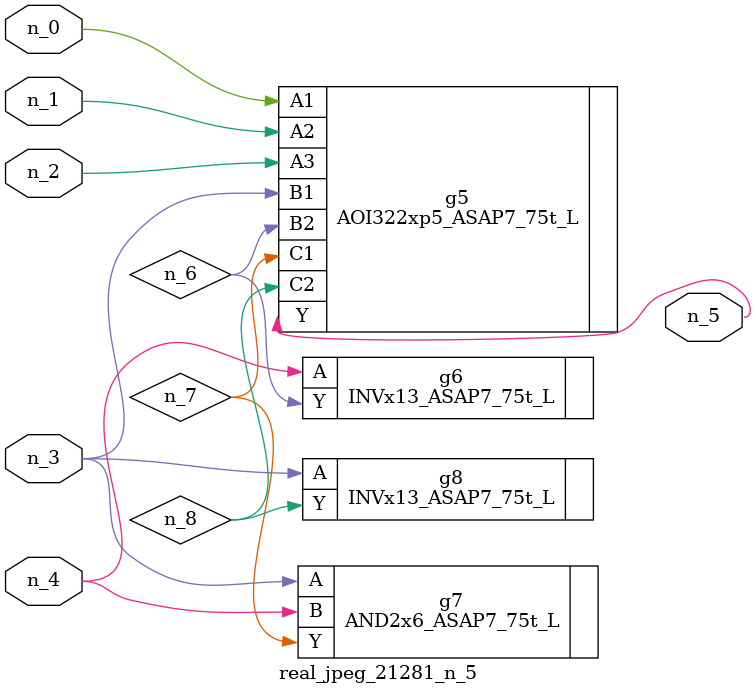
<source format=v>
module real_jpeg_21281_n_5 (n_4, n_0, n_1, n_2, n_3, n_5);

input n_4;
input n_0;
input n_1;
input n_2;
input n_3;

output n_5;

wire n_8;
wire n_6;
wire n_7;

AOI322xp5_ASAP7_75t_L g5 ( 
.A1(n_0),
.A2(n_1),
.A3(n_2),
.B1(n_3),
.B2(n_6),
.C1(n_7),
.C2(n_8),
.Y(n_5)
);

AND2x6_ASAP7_75t_L g7 ( 
.A(n_3),
.B(n_4),
.Y(n_7)
);

INVx13_ASAP7_75t_L g8 ( 
.A(n_3),
.Y(n_8)
);

INVx13_ASAP7_75t_L g6 ( 
.A(n_4),
.Y(n_6)
);


endmodule
</source>
